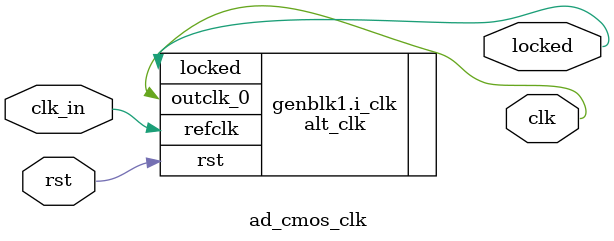
<source format=v>

`timescale 1ns/100ps

module ad_cmos_clk #(

  parameter   DEVICE_TYPE   = 0) (

  input                   rst,
  output                  locked,

  input                   clk_in,
  output                  clk);


  // instantiations

  generate
  if (DEVICE_TYPE == 0) begin
  alt_clk i_clk (
    .rst (rst),
    .refclk (clk_in),
    .outclk_0 (clk),
    .locked (locked));
  end
  endgenerate

  generate
  if (DEVICE_TYPE == 1) begin
  altera_pll #(
    .reference_clock_frequency("250.0 MHz"),
    .operation_mode("source synchronous"),
    .number_of_clocks(1),
    .output_clock_frequency0("0 MHz"),
    .phase_shift0("0"))
  i_clk (
    .rst (rst),
    .refclk (clk_in),
    .outclk (clk),
    .fboutclk (),
    .fbclk (1'b0),
    .locked (locked));
  end
  endgenerate

endmodule

// ***************************************************************************
// ***************************************************************************

</source>
